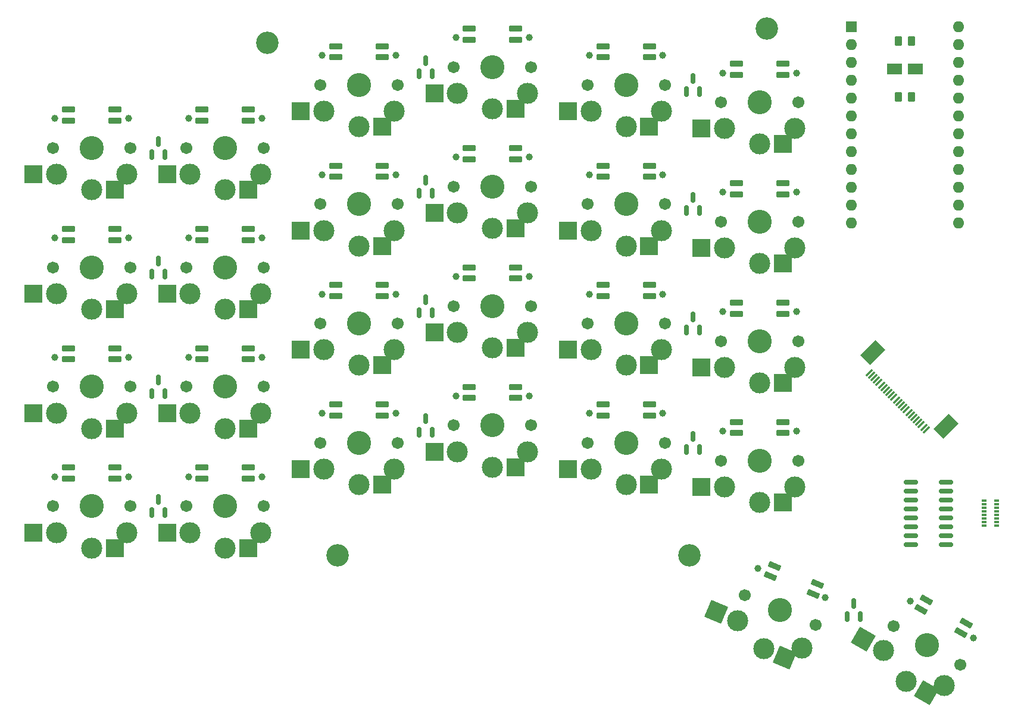
<source format=gbr>
%TF.GenerationSoftware,KiCad,Pcbnew,8.0.8-8.0.8-0~ubuntu22.04.1*%
%TF.CreationDate,2025-02-16T14:39:09-06:00*%
%TF.ProjectId,choc_v1_socket_reversible,63686f63-5f76-4315-9f73-6f636b65745f,rev?*%
%TF.SameCoordinates,Original*%
%TF.FileFunction,Soldermask,Bot*%
%TF.FilePolarity,Negative*%
%FSLAX46Y46*%
G04 Gerber Fmt 4.6, Leading zero omitted, Abs format (unit mm)*
G04 Created by KiCad (PCBNEW 8.0.8-8.0.8-0~ubuntu22.04.1) date 2025-02-16 14:39:09*
%MOMM*%
%LPD*%
G01*
G04 APERTURE LIST*
G04 Aperture macros list*
%AMRoundRect*
0 Rectangle with rounded corners*
0 $1 Rounding radius*
0 $2 $3 $4 $5 $6 $7 $8 $9 X,Y pos of 4 corners*
0 Add a 4 corners polygon primitive as box body*
4,1,4,$2,$3,$4,$5,$6,$7,$8,$9,$2,$3,0*
0 Add four circle primitives for the rounded corners*
1,1,$1+$1,$2,$3*
1,1,$1+$1,$4,$5*
1,1,$1+$1,$6,$7*
1,1,$1+$1,$8,$9*
0 Add four rect primitives between the rounded corners*
20,1,$1+$1,$2,$3,$4,$5,0*
20,1,$1+$1,$4,$5,$6,$7,0*
20,1,$1+$1,$6,$7,$8,$9,0*
20,1,$1+$1,$8,$9,$2,$3,0*%
%AMRotRect*
0 Rectangle, with rotation*
0 The origin of the aperture is its center*
0 $1 length*
0 $2 width*
0 $3 Rotation angle, in degrees counterclockwise*
0 Add horizontal line*
21,1,$1,$2,0,0,$3*%
%AMFreePoly0*
4,1,6,1.000000,0.000000,0.500000,-0.750000,-0.500000,-0.750000,-0.500000,0.750000,0.500000,0.750000,1.000000,0.000000,1.000000,0.000000,$1*%
G04 Aperture macros list end*
%ADD10C,3.200000*%
%ADD11C,1.701800*%
%ADD12C,0.990600*%
%ADD13C,3.000000*%
%ADD14C,3.429000*%
%ADD15R,2.600000X2.600000*%
%ADD16RoundRect,0.150000X0.150000X-0.587500X0.150000X0.587500X-0.150000X0.587500X-0.150000X-0.587500X0*%
%ADD17RoundRect,0.082000X0.818000X0.328000X-0.818000X0.328000X-0.818000X-0.328000X0.818000X-0.328000X0*%
%ADD18RoundRect,0.082000X-0.872409X0.124944X0.544409X-0.693056X0.872409X-0.124944X-0.544409X0.693056X0*%
%ADD19RoundRect,0.082000X-0.818000X-0.328000X0.818000X-0.328000X0.818000X0.328000X-0.818000X0.328000X0*%
%ADD20RoundRect,0.082000X-0.881133X0.017692X0.624813X-0.621544X0.881133X-0.017692X-0.624813X0.621544X0*%
%ADD21RotRect,2.600000X2.600000X337.000000*%
%ADD22R,1.600000X1.600000*%
%ADD23O,1.600000X1.600000*%
%ADD24RotRect,2.600000X2.600000X330.000000*%
%ADD25RotRect,0.300000X1.300000X315.000000*%
%ADD26RotRect,2.000000X3.000000X315.000000*%
%ADD27RoundRect,0.150000X-0.850000X-0.150000X0.850000X-0.150000X0.850000X0.150000X-0.850000X0.150000X0*%
%ADD28R,1.500000X1.500000*%
%ADD29FreePoly0,0.000000*%
%ADD30FreePoly0,180.000000*%
%ADD31RoundRect,0.250000X0.262500X0.450000X-0.262500X0.450000X-0.262500X-0.450000X0.262500X-0.450000X0*%
%ADD32R,0.800000X0.300000*%
%ADD33RoundRect,0.250000X-0.262500X-0.450000X0.262500X-0.450000X0.262500X0.450000X-0.262500X0.450000X0*%
G04 APERTURE END LIST*
D10*
%TO.C,REF\u002A\u002A*%
X156000000Y-43000000D03*
%TD*%
%TO.C,REF\u002A\u002A*%
X85000000Y-45000000D03*
%TD*%
%TO.C,REF\u002A\u002A*%
X145000000Y-118000000D03*
%TD*%
%TO.C,REF\u002A\u002A*%
X95000000Y-118000000D03*
%TD*%
D11*
%TO.C,SW13*%
X111500000Y-65500000D03*
D12*
X111780000Y-61300000D03*
D13*
X112000000Y-69250000D03*
D14*
X117000000Y-65500000D03*
D13*
X117000000Y-71450000D03*
X122000000Y-69250000D03*
D12*
X122220000Y-61300000D03*
D11*
X122500000Y-65500000D03*
D15*
X120275000Y-71450000D03*
X108725000Y-69250000D03*
%TD*%
D16*
%TO.C,D3031*%
X68550000Y-111937500D03*
X70450000Y-111937500D03*
X69500000Y-110062500D03*
%TD*%
%TO.C,D1415*%
X144550000Y-68937500D03*
X146450000Y-68937500D03*
X145500000Y-67062500D03*
%TD*%
D17*
%TO.C,LED30*%
X56700000Y-105510000D03*
X56700000Y-107090000D03*
X63300000Y-107090000D03*
X63300000Y-105510000D03*
%TD*%
D11*
%TO.C,SW32*%
X92500000Y-102000000D03*
D12*
X92780000Y-97800000D03*
D13*
X93000000Y-105750000D03*
D14*
X98000000Y-102000000D03*
D13*
X98000000Y-107950000D03*
X103000000Y-105750000D03*
D12*
X103220000Y-97800000D03*
D11*
X103500000Y-102000000D03*
D15*
X101275000Y-107950000D03*
X89725000Y-105750000D03*
%TD*%
D16*
%TO.C,D0203*%
X106550000Y-49437500D03*
X108450000Y-49437500D03*
X107500000Y-47562500D03*
%TD*%
%TO.C,D2425*%
X144550000Y-85937500D03*
X146450000Y-85937500D03*
X145500000Y-84062500D03*
%TD*%
D18*
%TO.C,LED37*%
X183612884Y-129050481D03*
X184402884Y-127682161D03*
X178687116Y-124382161D03*
X177897116Y-125750481D03*
%TD*%
D11*
%TO.C,SW33*%
X111500000Y-99500000D03*
D12*
X111780000Y-95300000D03*
D13*
X112000000Y-103250000D03*
D14*
X117000000Y-99500000D03*
D13*
X117000000Y-105450000D03*
X122000000Y-103250000D03*
D12*
X122220000Y-95300000D03*
D11*
X122500000Y-99500000D03*
D15*
X120275000Y-105450000D03*
X108725000Y-103250000D03*
%TD*%
D19*
%TO.C,LED21*%
X82300000Y-90090000D03*
X82300000Y-88510000D03*
X75700000Y-88510000D03*
X75700000Y-90090000D03*
%TD*%
D11*
%TO.C,SW01*%
X73500000Y-60000000D03*
D12*
X73780000Y-55800000D03*
D13*
X74000000Y-63750000D03*
D14*
X79000000Y-60000000D03*
D13*
X79000000Y-65950000D03*
X84000000Y-63750000D03*
D12*
X84220000Y-55800000D03*
D11*
X84500000Y-60000000D03*
D15*
X82275000Y-65950000D03*
X70725000Y-63750000D03*
%TD*%
D19*
%TO.C,LED31*%
X82300000Y-107090000D03*
X82300000Y-105510000D03*
X75700000Y-105510000D03*
X75700000Y-107090000D03*
%TD*%
%TO.C,LED14*%
X139300000Y-64090000D03*
X139300000Y-62510000D03*
X132700000Y-62510000D03*
X132700000Y-64090000D03*
%TD*%
%TO.C,LED11*%
X82300000Y-73090000D03*
X82300000Y-71510000D03*
X75700000Y-71510000D03*
X75700000Y-73090000D03*
%TD*%
D11*
%TO.C,SW35*%
X149500000Y-104500000D03*
D12*
X149780000Y-100300000D03*
D13*
X150000000Y-108250000D03*
D14*
X155000000Y-104500000D03*
D13*
X155000000Y-110450000D03*
X160000000Y-108250000D03*
D12*
X160220000Y-100300000D03*
D11*
X160500000Y-104500000D03*
D15*
X158275000Y-110450000D03*
X146725000Y-108250000D03*
%TD*%
D11*
%TO.C,SW23*%
X111500000Y-82500000D03*
D12*
X111780000Y-78300000D03*
D13*
X112000000Y-86250000D03*
D14*
X117000000Y-82500000D03*
D13*
X117000000Y-88450000D03*
X122000000Y-86250000D03*
D12*
X122220000Y-78300000D03*
D11*
X122500000Y-82500000D03*
D15*
X120275000Y-88450000D03*
X108725000Y-86250000D03*
%TD*%
D11*
%TO.C,SW14*%
X130500000Y-68000000D03*
D12*
X130780000Y-63800000D03*
D13*
X131000000Y-71750000D03*
D14*
X136000000Y-68000000D03*
D13*
X136000000Y-73950000D03*
X141000000Y-71750000D03*
D12*
X141220000Y-63800000D03*
D11*
X141500000Y-68000000D03*
D15*
X139275000Y-73950000D03*
X127725000Y-71750000D03*
%TD*%
D17*
%TO.C,LED33*%
X113700000Y-94010000D03*
X113700000Y-95590000D03*
X120300000Y-95590000D03*
X120300000Y-94010000D03*
%TD*%
D11*
%TO.C,SW30*%
X54500000Y-111000000D03*
D12*
X54780000Y-106800000D03*
D13*
X55000000Y-114750000D03*
D14*
X60000000Y-111000000D03*
D13*
X60000000Y-116950000D03*
X65000000Y-114750000D03*
D12*
X65220000Y-106800000D03*
D11*
X65500000Y-111000000D03*
D15*
X63275000Y-116950000D03*
X51725000Y-114750000D03*
%TD*%
D11*
%TO.C,SW20*%
X54500000Y-94000000D03*
D12*
X54780000Y-89800000D03*
D13*
X55000000Y-97750000D03*
D14*
X60000000Y-94000000D03*
D13*
X60000000Y-99950000D03*
X65000000Y-97750000D03*
D12*
X65220000Y-89800000D03*
D11*
X65500000Y-94000000D03*
D15*
X63275000Y-99950000D03*
X51725000Y-97750000D03*
%TD*%
D16*
%TO.C,D1011*%
X68550000Y-77937500D03*
X70450000Y-77937500D03*
X69500000Y-76062500D03*
%TD*%
D11*
%TO.C,SW31*%
X73500000Y-111000000D03*
D12*
X73780000Y-106800000D03*
D13*
X74000000Y-114750000D03*
D14*
X79000000Y-111000000D03*
D13*
X79000000Y-116950000D03*
X84000000Y-114750000D03*
D12*
X84220000Y-106800000D03*
D11*
X84500000Y-111000000D03*
D15*
X82275000Y-116950000D03*
X70725000Y-114750000D03*
%TD*%
D11*
%TO.C,SW02*%
X92500000Y-51000000D03*
D12*
X92780000Y-46800000D03*
D13*
X93000000Y-54750000D03*
D14*
X98000000Y-51000000D03*
D13*
X98000000Y-56950000D03*
X103000000Y-54750000D03*
D12*
X103220000Y-46800000D03*
D11*
X103500000Y-51000000D03*
D15*
X101275000Y-56950000D03*
X89725000Y-54750000D03*
%TD*%
D17*
%TO.C,LED13*%
X113700000Y-60010000D03*
X113700000Y-61590000D03*
X120300000Y-61590000D03*
X120300000Y-60010000D03*
%TD*%
D16*
%TO.C,D2223*%
X106550000Y-83437500D03*
X108450000Y-83437500D03*
X107500000Y-81562500D03*
%TD*%
D11*
%TO.C,SW25*%
X149500000Y-87500000D03*
D12*
X149780000Y-83300000D03*
D13*
X150000000Y-91250000D03*
D14*
X155000000Y-87500000D03*
D13*
X155000000Y-93450000D03*
X160000000Y-91250000D03*
D12*
X160220000Y-83300000D03*
D11*
X160500000Y-87500000D03*
D15*
X158275000Y-93450000D03*
X146725000Y-91250000D03*
%TD*%
D16*
%TO.C,D3435*%
X144550000Y-102937500D03*
X146450000Y-102937500D03*
X145500000Y-101062500D03*
%TD*%
D11*
%TO.C,SW10*%
X54500000Y-77000000D03*
D12*
X54780000Y-72800000D03*
D13*
X55000000Y-80750000D03*
D14*
X60000000Y-77000000D03*
D13*
X60000000Y-82950000D03*
X65000000Y-80750000D03*
D12*
X65220000Y-72800000D03*
D11*
X65500000Y-77000000D03*
D15*
X63275000Y-82950000D03*
X51725000Y-80750000D03*
%TD*%
D11*
%TO.C,SW11*%
X73500000Y-77000000D03*
D12*
X73780000Y-72800000D03*
D13*
X74000000Y-80750000D03*
D14*
X79000000Y-77000000D03*
D13*
X79000000Y-82950000D03*
X84000000Y-80750000D03*
D12*
X84220000Y-72800000D03*
D11*
X84500000Y-77000000D03*
D15*
X82275000Y-82950000D03*
X70725000Y-80750000D03*
%TD*%
D11*
%TO.C,SW12*%
X92500000Y-68000000D03*
D12*
X92780000Y-63800000D03*
D13*
X93000000Y-71750000D03*
D14*
X98000000Y-68000000D03*
D13*
X98000000Y-73950000D03*
X103000000Y-71750000D03*
D12*
X103220000Y-63800000D03*
D11*
X103500000Y-68000000D03*
D15*
X101275000Y-73950000D03*
X89725000Y-71750000D03*
%TD*%
D19*
%TO.C,LED22*%
X101300000Y-81090000D03*
X101300000Y-79510000D03*
X94700000Y-79510000D03*
X94700000Y-81090000D03*
%TD*%
D17*
%TO.C,LED03*%
X113700000Y-43010000D03*
X113700000Y-44590000D03*
X120300000Y-44590000D03*
X120300000Y-43010000D03*
%TD*%
D11*
%TO.C,SW00*%
X54500000Y-60000000D03*
D12*
X54780000Y-55800000D03*
D13*
X55000000Y-63750000D03*
D14*
X60000000Y-60000000D03*
D13*
X60000000Y-65950000D03*
X65000000Y-63750000D03*
D12*
X65220000Y-55800000D03*
D11*
X65500000Y-60000000D03*
D15*
X63275000Y-65950000D03*
X51725000Y-63750000D03*
%TD*%
D17*
%TO.C,LED35*%
X151700000Y-99010000D03*
X151700000Y-100590000D03*
X158300000Y-100590000D03*
X158300000Y-99010000D03*
%TD*%
%TO.C,LED25*%
X151700000Y-82010000D03*
X151700000Y-83590000D03*
X158300000Y-83590000D03*
X158300000Y-82010000D03*
%TD*%
%TO.C,LED20*%
X56700000Y-88510000D03*
X56700000Y-90090000D03*
X63300000Y-90090000D03*
X63300000Y-88510000D03*
%TD*%
D16*
%TO.C,D3233*%
X106550000Y-100437500D03*
X108450000Y-100437500D03*
X107500000Y-98562500D03*
%TD*%
D11*
%TO.C,SW15*%
X149500000Y-70500000D03*
D12*
X149780000Y-66300000D03*
D13*
X150000000Y-74250000D03*
D14*
X155000000Y-70500000D03*
D13*
X155000000Y-76450000D03*
X160000000Y-74250000D03*
D12*
X160220000Y-66300000D03*
D11*
X160500000Y-70500000D03*
D15*
X158275000Y-76450000D03*
X146725000Y-74250000D03*
%TD*%
D11*
%TO.C,SW34*%
X130500000Y-102000000D03*
D12*
X130780000Y-97800000D03*
D13*
X131000000Y-105750000D03*
D14*
X136000000Y-102000000D03*
D13*
X136000000Y-107950000D03*
X141000000Y-105750000D03*
D12*
X141220000Y-97800000D03*
D11*
X141500000Y-102000000D03*
D15*
X139275000Y-107950000D03*
X127725000Y-105750000D03*
%TD*%
D19*
%TO.C,LED34*%
X139300000Y-98090000D03*
X139300000Y-96510000D03*
X132700000Y-96510000D03*
X132700000Y-98090000D03*
%TD*%
D20*
%TO.C,LED36*%
X162578988Y-123526212D03*
X163196344Y-122071814D03*
X157121012Y-119492988D03*
X156503656Y-120947386D03*
%TD*%
D11*
%TO.C,SW04*%
X130500000Y-51000000D03*
D12*
X130780000Y-46800000D03*
D13*
X131000000Y-54750000D03*
D14*
X136000000Y-51000000D03*
D13*
X136000000Y-56950000D03*
X141000000Y-54750000D03*
D12*
X141220000Y-46800000D03*
D11*
X141500000Y-51000000D03*
D15*
X139275000Y-56950000D03*
X127725000Y-54750000D03*
%TD*%
D19*
%TO.C,LED02*%
X101300000Y-47090000D03*
X101300000Y-45510000D03*
X94700000Y-45510000D03*
X94700000Y-47090000D03*
%TD*%
D16*
%TO.C,D1213*%
X106550000Y-66437500D03*
X108450000Y-66437500D03*
X107500000Y-64562500D03*
%TD*%
D19*
%TO.C,LED01*%
X82300000Y-56090000D03*
X82300000Y-54510000D03*
X75700000Y-54510000D03*
X75700000Y-56090000D03*
%TD*%
D17*
%TO.C,LED05*%
X151700000Y-48010000D03*
X151700000Y-49590000D03*
X158300000Y-49590000D03*
X158300000Y-48010000D03*
%TD*%
D16*
%TO.C,D0001*%
X68550000Y-60937500D03*
X70450000Y-60937500D03*
X69500000Y-59062500D03*
%TD*%
D17*
%TO.C,LED00*%
X56700000Y-54510000D03*
X56700000Y-56090000D03*
X63300000Y-56090000D03*
X63300000Y-54510000D03*
%TD*%
%TO.C,LED23*%
X113700000Y-77010000D03*
X113700000Y-78590000D03*
X120300000Y-78590000D03*
X120300000Y-77010000D03*
%TD*%
D11*
%TO.C,SW22*%
X92500000Y-85000000D03*
D12*
X92780000Y-80800000D03*
D13*
X93000000Y-88750000D03*
D14*
X98000000Y-85000000D03*
D13*
X98000000Y-90950000D03*
X103000000Y-88750000D03*
D12*
X103220000Y-80800000D03*
D11*
X103500000Y-85000000D03*
D15*
X101275000Y-90950000D03*
X89725000Y-88750000D03*
%TD*%
D19*
%TO.C,LED24*%
X139300000Y-81090000D03*
X139300000Y-79510000D03*
X132700000Y-79510000D03*
X132700000Y-81090000D03*
%TD*%
%TO.C,LED04*%
X139300000Y-47090000D03*
X139300000Y-45510000D03*
X132700000Y-45510000D03*
X132700000Y-47090000D03*
%TD*%
D11*
%TO.C,SW05*%
X149500000Y-53500000D03*
D12*
X149780000Y-49300000D03*
D13*
X150000000Y-57250000D03*
D14*
X155000000Y-53500000D03*
D13*
X155000000Y-59450000D03*
X160000000Y-57250000D03*
D12*
X160220000Y-49300000D03*
D11*
X160500000Y-53500000D03*
D15*
X158275000Y-59450000D03*
X146725000Y-57250000D03*
%TD*%
D17*
%TO.C,LED10*%
X56700000Y-71510000D03*
X56700000Y-73090000D03*
X63300000Y-73090000D03*
X63300000Y-71510000D03*
%TD*%
D19*
%TO.C,LED32*%
X101300000Y-98090000D03*
X101300000Y-96510000D03*
X94700000Y-96510000D03*
X94700000Y-98090000D03*
%TD*%
D11*
%TO.C,SW36*%
X152837223Y-123650979D03*
D12*
X154736035Y-119894263D03*
D13*
X151832234Y-127298238D03*
D14*
X157900000Y-125800000D03*
D13*
X155575150Y-131277004D03*
X161037283Y-131205549D03*
D12*
X164346106Y-123973496D03*
D11*
X162962777Y-127949021D03*
D21*
X158589803Y-132556648D03*
X148817581Y-126018593D03*
%TD*%
D19*
%TO.C,LED12*%
X101300000Y-64090000D03*
X101300000Y-62510000D03*
X94700000Y-62510000D03*
X94700000Y-64090000D03*
%TD*%
D17*
%TO.C,LED15*%
X151700000Y-65010000D03*
X151700000Y-66590000D03*
X158300000Y-66590000D03*
X158300000Y-65010000D03*
%TD*%
D11*
%TO.C,SW24*%
X130500000Y-85000000D03*
D12*
X130780000Y-80800000D03*
D13*
X131000000Y-88750000D03*
D14*
X136000000Y-85000000D03*
D13*
X136000000Y-90950000D03*
X141000000Y-88750000D03*
D12*
X141220000Y-80800000D03*
D11*
X141500000Y-85000000D03*
D15*
X139275000Y-90950000D03*
X127725000Y-88750000D03*
%TD*%
D11*
%TO.C,SW21*%
X73500000Y-94000000D03*
D12*
X73780000Y-89800000D03*
D13*
X74000000Y-97750000D03*
D14*
X79000000Y-94000000D03*
D13*
X79000000Y-99950000D03*
X84000000Y-97750000D03*
D12*
X84220000Y-89800000D03*
D11*
X84500000Y-94000000D03*
D15*
X82275000Y-99950000D03*
X70725000Y-97750000D03*
%TD*%
D22*
%TO.C,U1*%
X168060000Y-42760000D03*
D23*
X168060000Y-45300000D03*
X168060000Y-47840000D03*
X168060000Y-50380000D03*
X168060000Y-52920000D03*
X168060000Y-55460000D03*
X168060000Y-58000000D03*
X168060000Y-60540000D03*
X168060000Y-63080000D03*
X168060000Y-65620000D03*
X168060000Y-68160000D03*
X168060000Y-70700000D03*
X183300000Y-70700000D03*
X183300000Y-68160000D03*
X183300000Y-65620000D03*
X183300000Y-63080000D03*
X183300000Y-60540000D03*
X183300000Y-58000000D03*
X183300000Y-55460000D03*
X183300000Y-52920000D03*
X183300000Y-50380000D03*
X183300000Y-47840000D03*
X183300000Y-45300000D03*
X183300000Y-42760000D03*
%TD*%
D16*
%TO.C,D3637*%
X167400000Y-126737500D03*
X169300000Y-126737500D03*
X168350000Y-124862500D03*
%TD*%
D11*
%TO.C,SW37*%
X174036860Y-128050000D03*
D12*
X176379347Y-124552693D03*
D13*
X172594873Y-131547595D03*
D14*
X178800000Y-130800000D03*
D13*
X175825000Y-135952851D03*
X181255127Y-136547595D03*
D12*
X185420653Y-129772693D03*
D11*
X183563140Y-133550000D03*
D24*
X178661233Y-137590351D03*
X169758640Y-129910095D03*
%TD*%
D16*
%TO.C,D2021*%
X68550000Y-94937500D03*
X70450000Y-94937500D03*
X69500000Y-93062500D03*
%TD*%
%TO.C,D0405*%
X144550000Y-51937500D03*
X146450000Y-51937500D03*
X145500000Y-50062500D03*
%TD*%
D11*
%TO.C,SW03*%
X111500000Y-48500000D03*
D12*
X111780000Y-44300000D03*
D13*
X112000000Y-52250000D03*
D14*
X117000000Y-48500000D03*
D13*
X117000000Y-54450000D03*
X122000000Y-52250000D03*
D12*
X122220000Y-44300000D03*
D11*
X122500000Y-48500000D03*
D15*
X120275000Y-54450000D03*
X108725000Y-52250000D03*
%TD*%
D25*
%TO.C,J_LEFT1*%
X170545025Y-91988427D03*
X170898579Y-92341980D03*
X171252132Y-92695534D03*
X171605685Y-93049087D03*
X171959239Y-93402640D03*
X172312792Y-93756194D03*
X172666346Y-94109747D03*
X173019899Y-94463301D03*
X173373452Y-94816854D03*
X173727006Y-95170407D03*
X174080559Y-95523961D03*
X174434112Y-95877514D03*
X174787666Y-96231068D03*
X175141219Y-96584621D03*
X175494773Y-96938174D03*
X175848326Y-97291728D03*
X176201879Y-97645281D03*
X176555433Y-97998834D03*
X176908986Y-98352388D03*
X177262540Y-98705941D03*
X177616093Y-99059495D03*
X177969646Y-99413048D03*
X178323200Y-99766601D03*
X178676753Y-100120155D03*
D26*
X171040000Y-89160000D03*
X181505180Y-99625180D03*
%TD*%
D27*
%TO.C,SR_LEFT1*%
X176500000Y-116445000D03*
X176500000Y-115175000D03*
X176500000Y-113905000D03*
X176500000Y-112635000D03*
X176500000Y-111365000D03*
X176500000Y-110095000D03*
X176500000Y-108825000D03*
X176500000Y-107555000D03*
X181500000Y-107555000D03*
X181500000Y-108825000D03*
X181500000Y-110095000D03*
X181500000Y-111365000D03*
X181500000Y-112635000D03*
X181500000Y-113905000D03*
X181500000Y-115175000D03*
X181500000Y-116445000D03*
%TD*%
D28*
%TO.C,JP1*%
X174460000Y-48760000D03*
X176860000Y-48760000D03*
D29*
X173660000Y-48760000D03*
D30*
X177660000Y-48760000D03*
%TD*%
D31*
%TO.C,R1*%
X176572500Y-44760000D03*
X174747500Y-44760000D03*
%TD*%
D32*
%TO.C,RN_LEFT1*%
X186900000Y-113750000D03*
X186900000Y-113250000D03*
X186900000Y-112750000D03*
X186900000Y-112250000D03*
X186900000Y-111750000D03*
X186900000Y-111250000D03*
X186900000Y-110750000D03*
X186900000Y-110250000D03*
X188700000Y-110250000D03*
X188700000Y-110750000D03*
X188700000Y-111250000D03*
X188700000Y-111750000D03*
X188700000Y-112250000D03*
X188700000Y-112750000D03*
X188700000Y-113250000D03*
X188700000Y-113750000D03*
%TD*%
D33*
%TO.C,R2*%
X174747500Y-52760000D03*
X176572500Y-52760000D03*
%TD*%
M02*

</source>
